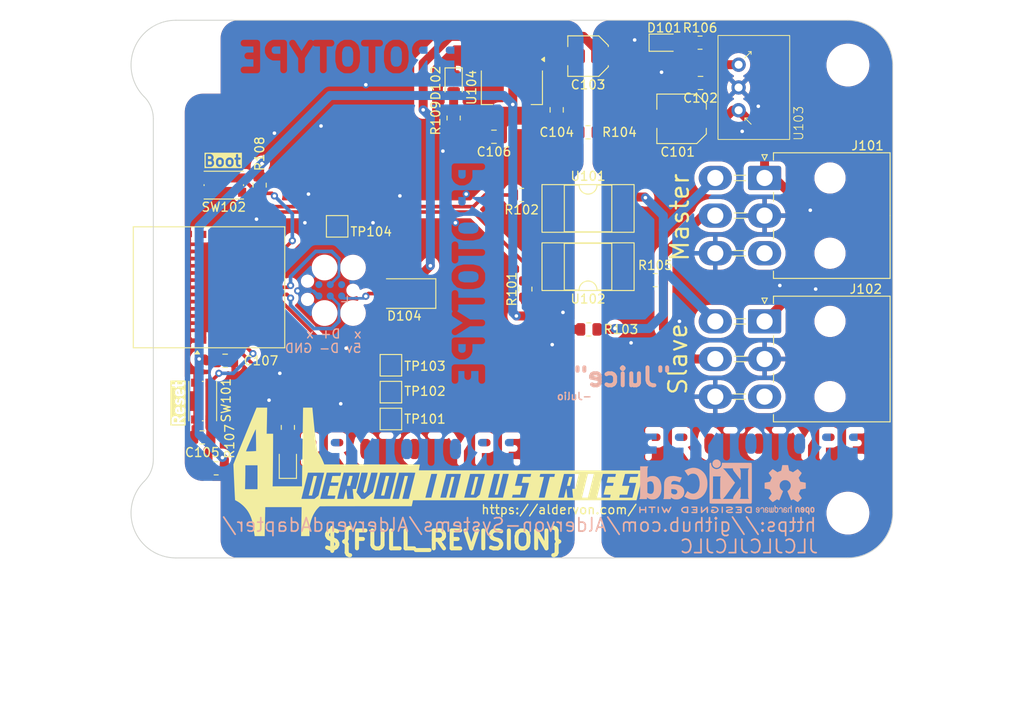
<source format=kicad_pcb>
(kicad_pcb (version 20241229) (generator "pcbnew") (generator_version "9.0")
  (layers (0 "F.Cu" signal) (2 "B.Cu" signal) (13 "F.Paste" user) (15 "B.Paste" user) (5 "F.SilkS" user "F.Silkscreen") (7 "B.SilkS" user "B.Silkscreen") (1 "F.Mask" user) (3 "B.Mask" user) (25 "Edge.Cuts" user))
  (net 0 "")
  (net 1 "GND")
  (net 2 "Earth")
  (net 3 "+36V")
  (net 4 "+5V")
  (net 6 "/MDB_RXD")
  (net 8 "/MDB_TXD")
  (net 9 "/RESET")
  (net 10 "Net-(D101-A)")
  (net 11 "Net-(D102-A)")
  (net 12 "Net-(D103-A)")
  (net 13 "Net-(D104-A)")
  (net 16 "/D+")
  (net 17 "/D-")
  (net 18 "/UART_RX")
  (net 19 "/UART_TX")
  (net 20 "Net-(R102-Pad1)")
  (net 21 "Net-(R105-Pad1)")
  (net 22 "/BOOT")
  (net 23 "/STAT")
  (net 24 "Net-(U106-IO0)")
  (net 25 "Net-(U106-IO1)")
  (net 26 "Net-(U106-IO7)")
  (net 27 "Net-(U106-IO8)")
  (net 32 "+3.3V")
  (footprint "TestPoint:TestPoint_Pad_2.0x2.0mm" (layer "F.Cu") (at 163 93 90)
    (property "Reference" "TP104" (at -0.6 3.8 180) (layer "F.SilkS"))
    (property "Value" "TestPoint")
    (pad "1" smd rect (at 0 0 90) (size 2 2) (layers "F.Cu" "F.Mask") (net 27 "Net-(U106-IO8)"))
  )
  (footprint "Button_Switch_SMD:SW_Push_1P1T_NO_CK_KMR2" (layer "F.Cu") (at 150.35 88.4 180)
    (property "Reference" "SW102" (at 0 -2.45 0) (layer "F.SilkS"))
    (property "Value" "BOOT")
    (pad "1" smd rect (at -2.05 -0.8 180) (size 0.9 1) (layers "F.Cu" "F.Mask" "F.Paste") (net 1 "GND"))
    (pad "1" smd rect (at 2.05 -0.8 180) (size 0.9 1) (layers "F.Cu" "F.Mask" "F.Paste") (net 1 "GND"))
    (pad "2" smd rect (at -2.05 0.8 180) (size 0.9 1) (layers "F.Cu" "F.Mask" "F.Paste") (net 22 "/BOOT"))
    (pad "2" smd rect (at 2.05 0.8 180) (size 0.9 1) (layers "F.Cu" "F.Mask" "F.Paste") (net 22 "/BOOT"))
  )
  (footprint "Resistor_SMD:R_0805_2012Metric" (layer "F.Cu") (at 184 100 -90)
    (property "Reference" "R101" (at 0 1.5 90) (layer "F.SilkS"))
    (property "Value" "10k")
    (pad "1" smd roundrect (at -0.9125 0 270) (size 1.025 1.4) (layers "F.Cu" "F.Mask" "F.Paste") (roundrect_rratio 0.243902) (net 18 "/UART_RX"))
    (pad "2" smd roundrect (at 0.9125 0 270) (size 1.025 1.4) (layers "F.Cu" "F.Mask" "F.Paste") (roundrect_rratio 0.243902) (net 32 "+3.3V"))
  )
  (footprint "Resistor_SMD:R_0805_2012Metric" (layer "F.Cu") (at 191 82.5 180)
    (property "Reference" "R104" (at -3.5 0 0) (layer "F.SilkS"))
    (property "Value" "0R")
    (pad "1" smd roundrect (at -0.9125 0 180) (size 1.025 1.4) (layers "F.Cu" "F.Mask" "F.Paste") (roundrect_rratio 0.243902) (net 2 "Earth"))
    (pad "2" smd roundrect (at 0.9125 0 180) (size 1.025 1.4) (layers "F.Cu" "F.Mask" "F.Paste") (roundrect_rratio 0.243902) (net 1 "GND"))
  )
  (footprint "MountingHole:MountingHole_4.3mm_M4" (layer "F.Cu") (at 220 75)
    (property "Reference" "H102" (hide yes))
    (property "Value" "MountingHole")
    (pad "" np_thru_hole circle (at 0 0) (size 4.3 4.3) (drill 4.3) (layers "*.Cu" "*.Mask"))
  )
  (footprint "MountingHole:MountingHole_4.3mm_M4" (layer "F.Cu") (at 145 125)
    (property "Reference" "H104" (hide yes))
    (property "Value" "MountingHole")
    (pad "" np_thru_hole circle (at 0 0) (size 4.3 4.3) (drill 4.3) (layers "*.Cu" "*.Mask"))
  )
  (footprint "Capacitor_SMD:C_0805_2012Metric" (layer "F.Cu") (at 147.95 116.55 180)
    (property "Reference" "C105" (at 0 -1.68 0) (layer "F.SilkS"))
    (property "Value" "100nF")
    (pad "1" smd roundrect (at -0.95 0 180) (size 1 1.45) (layers "F.Cu" "F.Mask" "F.Paste") (net 9 "/RESET"))
    (pad "2" smd roundrect (at 0.95 0 180) (size 1 1.45) (layers "F.Cu" "F.Mask" "F.Paste") (net 1 "GND"))
  )
  (footprint "LED_SMD:LED_0805_2012Metric" (layer "F.Cu") (at 199.5 72.5)
    (property "Reference" "D101" (at 0 -1.65 0) (layer "F.SilkS"))
    (property "Value" "5V Power")
    (pad "1" smd roundrect (at -0.9375 0) (size 0.975 1.4) (layers "F.Cu" "F.Mask" "F.Paste") (net 2 "Earth"))
    (pad "2" smd roundrect (at 0.9375 0) (size 0.975 1.4) (layers "F.Cu" "F.Mask" "F.Paste") (net 10 "Net-(D101-A)"))
  )
  (footprint "MountingHole:MountingHole_4.3mm_M4" (layer "F.Cu") (at 145 75)
    (property "Reference" "H103" (hide yes))
    (property "Value" "MountingHole")
    (pad "" np_thru_hole circle (at 0 0) (size 4.3 4.3) (drill 4.3) (layers "*.Cu" "*.Mask"))
  )
  (footprint "Package_DIP:DIP-4_W7.62mm_SMDSocket_SmallPads" (layer "F.Cu") (at 191 91)
    (property "Reference" "U101" (at 0 -3.6 0) (layer "F.SilkS"))
    (property "Value" "PC817")
    (pad "1" smd roundrect (at -3.81 -1.27) (size 1.6 1.6) (layers "F.Cu" "F.Mask" "F.Paste") (roundrect_rratio 0.15625) (net 20 "Net-(R102-Pad1)"))
    (pad "2" smd roundrect (at -3.81 1.27) (size 1.6 1.6) (layers "F.Cu" "F.Mask" "F.Paste") (roundrect_rratio 0.15625) (net 1 "GND"))
    (pad "3" smd roundrect (at 3.81 1.27) (size 1.6 1.6) (layers "F.Cu" "F.Mask" "F.Paste") (roundrect_rratio 0.15625) (net 2 "Earth"))
    (pad "4" smd roundrect (at 3.81 -1.27) (size 1.6 1.6) (layers "F.Cu" "F.Mask" "F.Paste") (roundrect_rratio 0.15625) (net 6 "/MDB_RXD"))
  )
  (footprint "TestPoint:TestPoint_Pad_2.0x2.0mm" (layer "F.Cu") (at 169 108.5 90)
    (property "Reference" "TP103" (at -0.1 3.8 180) (layer "F.SilkS"))
    (property "Value" "TestPoint")
    (pad "1" smd rect (at 0 0 90) (size 2 2) (layers "F.Cu" "F.Mask") (net 26 "Net-(U106-IO7)"))
  )
  (footprint "Package_DIP:DIP-4_W7.62mm_SMDSocket_SmallPads" (layer "F.Cu") (at 191 97.5 180)
    (property "Reference" "U102" (at 0 -3.6 0) (layer "F.SilkS"))
    (property "Value" "PC817")
    (pad "1" smd roundrect (at -3.81 -1.27 180) (size 1.6 1.6) (layers "F.Cu" "F.Mask" "F.Paste") (roundrect_rratio 0.15625) (net 21 "Net-(R105-Pad1)"))
    (pad "2" smd roundrect (at -3.81 1.27 180) (size 1.6 1.6) (layers "F.Cu" "F.Mask" "F.Paste") (roundrect_rratio 0.15625) (net 2 "Earth"))
    (pad "3" smd roundrect (at 3.81 1.27 180) (size 1.6 1.6) (layers "F.Cu" "F.Mask" "F.Paste") (roundrect_rratio 0.15625) (net 1 "GND"))
    (pad "4" smd roundrect (at 3.81 -1.27 180) (size 1.6 1.6) (layers "F.Cu" "F.Mask" "F.Paste") (roundrect_rratio 0.15625) (net 18 "/UART_RX"))
  )
  (footprint "LED_SMD:LED_0805_2012Metric" (layer "F.Cu") (at 157.5 119.4375 90)
    (property "Reference" "D103")
    (property "Value" "Stat")
    (pad "1" smd roundrect (at -0.9375 0 90) (size 0.975 1.4) (layers "F.Cu" "F.Mask" "F.Paste") (net 1 "GND"))
    (pad "2" smd roundrect (at 0.9375 0 90) (size 0.975 1.4) (layers "F.Cu" "F.Mask" "F.Paste") (net 12 "Net-(D103-A)"))
  )
  (footprint "Resistor_SMD:R_0805_2012Metric" (layer "F.Cu") (at 203.5 72.5)
    (property "Reference" "R106" (at 0 -1.65 0) (layer "F.SilkS"))
    (property "Value" "330R")
    (pad "1" smd roundrect (at -0.9125 0) (size 1.025 1.4) (layers "F.Cu" "F.Mask" "F.Paste") (roundrect_rratio 0.243902) (net 10 "Net-(D101-A)"))
    (pad "2" smd roundrect (at 0.9125 0) (size 1.025 1.4) (layers "F.Cu" "F.Mask" "F.Paste") (roundrect_rratio 0.243902) (net 4 "+5V"))
  )
  (footprint "Connector_Molex:Molex_Mini-Fit_Jr_5569-06A2_2x03_P4.20mm_Horizontal" (layer "F.Cu") (at 210.7 87.6 -90)
    (property "Reference" "J101" (at -3.6 -11.5 180) (layer "F.SilkS"))
    (property "Value" "MDB_MASTER")
    (pad "" np_thru_hole circle (at 0 -7.3 270) (size 3 3) (drill 3) (layers "*.Cu" "*.Mask"))
    (pad "" np_thru_hole circle (at 8.4 -7.3 270) (size 3 3) (drill 3) (layers "*.Cu" "*.Mask"))
    (pad "1" thru_hole roundrect (at 0 0 270) (size 2.7 3.7) (drill 1.8) (layers "*.Cu" "*.Mask") (roundrect_rratio 0.092593) (net 3 "+36V"))
    (pad "2" thru_hole oval (at 4.2 0 270) (size 2.7 3.7) (drill 1.8) (layers "*.Cu" "*.Mask") (net 2 "Earth"))
    (pad "3" thru_hole oval (at 8.4 0 270) (size 2.7 3.7) (drill 1.8) (layers "*.Cu" "*.Mask"))
    (pad "4" thru_hole oval (at 0 5.5 270) (size 2.7 3.7) (drill 1.8) (layers "*.Cu" "*.Mask") (net 6 "/MDB_RXD"))
    (pad "5" thru_hole oval (at 4.2 5.5 270) (size 2.7 3.7) (drill 1.8) (layers "*.Cu" "*.Mask") (net 8 "/MDB_TXD"))
    (pad "6" thru_hole oval (at 8.4 5.5 270) (size 2.7 3.7) (drill 1.8) (layers "*.Cu" "*.Mask") (net 2 "Earth"))
  )
  (footprint "LED_SMD:LED_0805_2012Metric" (layer "F.Cu") (at 176 77 -90)
    (property "Reference" "D102" (at 0 2 90) (layer "F.SilkS"))
    (property "Value" "3.3V Power")
    (pad "1" smd roundrect (at -0.9375 0 270) (size 0.975 1.4) (layers "F.Cu" "F.Mask" "F.Paste") (net 1 "GND"))
    (pad "2" smd roundrect (at 0.9375 0 270) (size 0.975 1.4) (layers "F.Cu" "F.Mask" "F.Paste") (net 11 "Net-(D102-A)"))
  )
  (footprint "TestPoint:TestPoint_Pad_2.0x2.0mm" (layer "F.Cu") (at 169 111.5 90)
    (property "Reference" "TP102" (at 0.1 3.8 180) (layer "F.SilkS"))
    (property "Value" "TestPoint")
    (pad "1" smd rect (at 0 0 90) (size 2 2) (layers "F.Cu" "F.Mask") (net 25 "Net-(U106-IO1)"))
  )
  (footprint "Resistor_SMD:R_0805_2012Metric" (layer "F.Cu") (at 149.5 120)
    (property "Reference" "R107" (at 1.5 -3 90) (layer "F.SilkS"))
    (property "Value" "5.1k")
    (pad "1" smd roundrect (at -0.9125 0) (size 1.025 1.4) (layers "F.Cu" "F.Mask" "F.Paste") (roundrect_rratio 0.243902) (net 9 "/RESET"))
    (pad "2" smd roundrect (at 0.9125 0) (size 1.025 1.4) (layers "F.Cu" "F.Mask" "F.Paste") (roundrect_rratio 0.243902) (net 32 "+3.3V"))
  )
  (footprint "Capacitor_SMD:C_Elec_5x5.4" (layer "F.Cu") (at 201.4375 81 180)
    (property "Reference" "C101" (at 0.4375 -3.7 0) (layer "F.SilkS"))
    (property "Value" "33uF")
    (pad "1" smd roundrect (at -2.0625 0 180) (size 2.775 1.6) (layers "F.Cu" "F.Mask" "F.Paste") (roundrect_rratio 0.15625) (net 3 "+36V"))
    (pad "2" smd roundrect (at 2.0625 0 180) (size 2.775 1.6) (layers "F.Cu" "F.Mask" "F.Paste") (roundrect_rratio 0.15625) (net 2 "Earth"))
  )
  (footprint "Capacitor_SMD:C_0805_2012Metric" (layer "F.Cu") (at 187.5 80 90)
    (property "Reference" "C104" (at -2.5 0 180) (layer "F.SilkS"))
    (property "Value" "10uF")
    (pad "1" smd roundrect (at -0.95 0 90) (size 1 1.45) (layers "F.Cu" "F.Mask" "F.Paste") (net 32 "+3.3V"))
    (pad "2" smd roundrect (at 0.95 0 90) (size 1 1.45) (layers "F.Cu" "F.Mask" "F.Paste") (net 1 "GND"))
  )
  (footprint "Aldervon:K7805M-1000R3" (layer "F.Cu") (at 209.5 77.5 90)
    (property "Reference" "U103" (at -4 5 90) (layer "F.SilkS") (effects (font (thickness 0.1))))
    (property "Value" "K7805M-1000R3")
    (pad "1" thru_hole circle (at -2.54 -1.7 90) (size 1.6 1.6) (drill 0.9) (layers "*.Cu" "*.Mask") (net 3 "+36V"))
    (pad "2" thru_hole circle (at 0 -1.7 90) (size 1.6 1.6) (drill 0.9) (layers "*.Cu" "*.Mask") (net 2 "Earth"))
    (pad "3" thru_hole circle (at 2.54 -1.7 90) (size 1.6 1.6) (drill 0.9) (layers "*.Cu" "*.Mask") (net 4 "+5V"))
  )
  (footprint "TestPoint:TestPoint_Pad_2.0x2.0mm" (layer "F.Cu") (at 169 114.5 90)
    (property "Reference" "TP101" (at 0 3.8 180) (layer "F.SilkS"))
    (property "Value" "TestPoint")
    (pad "1" smd rect (at 0 0 90) (size 2 2) (layers "F.Cu" "F.Mask") (net 24 "Net-(U106-IO0)"))
  )
  (footprint "Capacitor_SMD:C_0805_2012Metric" (layer "F.Cu") (at 180.5 83 180)
    (property "Reference" "C106" (at 0 -1.68 0) (layer "F.SilkS"))
    (property "Value" "100nF")
    (pad "1" smd roundrect (at -0.95 0 180) (size 1 1.45) (layers "F.Cu" "F.Mask" "F.Paste") (net 32 "+3.3V"))
    (pad "2" smd roundrect (at 0.95 0 180) (size 1 1.45) (layers "F.Cu" "F.Mask" "F.Paste") (net 1 "GND"))
  )
  (footprint "Aldervon:Aldervon_logo" (layer "F.Cu") (at 174 121)
    (property "Reference" "G***")
    (property "Value" "LOGO" (hide yes))
  )
  (footprint "Capacitor_SMD:C_0805_2012Metric" (layer "F.Cu") (at 150.5 108)
    (property "Reference" "C107" (at 4 0 0) (layer "F.SilkS"))
    (property "Value" "100nF")
    (pad "1" smd roundrect (at -0.95 0) (size 1 1.45) (layers "F.Cu" "F.Mask" "F.Paste") (net 32 "+3.3V"))
    (pad "2" smd roundrect (at 0.95 0) (size 1 1.45) (layers "F.Cu" "F.Mask" "F.Paste") (net 1 "GND"))
  )
  (footprint "Button_Switch_SMD:SW_Push_1P1T_NO_CK_KMR2" (layer "F.Cu") (at 148 112.5 90)
    (property "Reference" "SW101" (at 0.1 2.6 90) (layer "F.SilkS"))
    (property "Value" "RESET")
    (pad "1" smd rect (at -2.05 -0.8 90) (size 0.9 1) (layers "F.Cu" "F.Mask" "F.Paste") (net 1 "GND"))
    (pad "1" smd rect (at 2.05 -0.8 90) (size 0.9 1) (layers "F.Cu" "F.Mask" "F.Paste") (net 1 "GND"))
    (pad "2" smd rect (at -2.05 0.8 90) (size 0.9 1) (layers "F.Cu" "F.Mask" "F.Paste") (net 9 "/RESET"))
    (pad "2" smd rect (at 2.05 0.8 90) (size 0.9 1) (layers "F.Cu" "F.Mask" "F.Paste") (net 9 "/RESET"))
  )
  (footprint "Package_TO_SOT_SMD:SOT-223-3_TabPin2" (layer "F.Cu") (at 182.5 77.5 -90)
    (property "Reference" "U104" (at 0 4.5 90) (layer "F.SilkS"))
    (property "Value" "AMS1117-3.3")
    (pad "1" smd roundrect (at -3.15 -2.3 270) (size 2 1.5) (layers "F.Cu" "F.Mask" "F.Paste") (net 1 "GND"))
    (pad "2" smd roundrect (at -3.15 0 270) (size 2 1.5) (layers "F.Cu" "F.Mask" "F.Paste") (net 32 "+3.3V"))
    (pad "2" smd roundrect (at 3.15 0 270) (size 2 3.8) (layers "F.Cu" "F.Mask" "F.Paste") (net 32 "+3.3V"))
    (pad "3" smd roundrect (at -3.15 2.3 270) (size 2 1.5) (layers "F.Cu" "F.Mask" "F.Paste") (net 4 "+5V"))
  )
  (footprint "Diode_SMD:D_SMA" (layer "F.Cu") (at 170.5 100.5 180)
    (property "Reference" "D104" (at 0 -2.5 0) (layer "F.SilkS"))
    (property "Value" "SS14")
    (pad "1" smd roundrect (at -2 0 180) (size 2.5 1.8) (layers "F.Cu" "F.Mask" "F.Paste") (roundrect_rratio 0.1388888889) (net 4 "+5V"))
    (pad "2" smd roundrect (at 2 0 180) (size 2.5 1.8) (layers "F.Cu" "F.Mask" "F.Paste") (roundrect_rratio 0.1388888889) (net 13 "Net-(D104-A)"))
  )
  (footprint "Resistor_SMD:R_0805_2012Metric" (layer "F.Cu") (at 183.5875 89.5 180)
    (property "Reference" "R102" (at 0 -1.65 0) (layer "F.SilkS"))
    (property "Value" "270R")
    (pad "1" smd roundrect (at -0.9125 0 180) (size 1.025 1.4) (layers "F.Cu" "F.Mask" "F.Paste") (roundrect_rratio 0.243902) (net 20 "Net-(R102-Pad1)"))
    (pad "2" smd roundrect (at 0.9125 0 180) (size 1.025 1.4) (layers "F.Cu" "F.Mask" "F.Paste") (roundrect_rratio 0.243902) (net 19 "/UART_TX"))
  )
  (footprint "Resistor_SMD:R_0805_2012Metric" (layer "F.Cu") (at 191.0875 104.5)
    (property "Reference" "R103" (at 3.5875 0 0) (layer "F.SilkS"))
    (property "Value" "?")
    (pad "1" smd roundrect (at -0.9125 0) (size 1.025 1.4) (layers "F.Cu" "F.Mask" "F.Paste") (roundrect_rratio 0.243902) (net 32 "+3.3V"))
    (pad "2" smd roundrect (at 0.9125 0) (size 1.025 1.4) (layers "F.Cu" "F.Mask" "F.Paste") (roundrect_rratio 0.243902) (net 6 "/MDB_RXD"))
  )
  (footprint "Resistor_SMD:R_0805_2012Metric" (layer "F.Cu") (at 154.35 88.4 90)
    (property "Reference" "R108" (at 3.5 0 90) (layer "F.SilkS"))
    (property "Value" "5.1k")
    (pad "1" smd roundrect (at -0.9125 0 90) (size 1.025 1.4) (layers "F.Cu" "F.Mask" "F.Paste") (roundrect_rratio 0.243902) (net 22 "/BOOT"))
    (pad "2" smd roundrect (at 0.9125 0 90) (size 1.025 1.4) (layers "F.Cu" "F.Mask" "F.Paste") (roundrect_rratio 0.243902) (net 32 "+3.3V"))
  )
  (footprint "Capacitor_SMD:C_0805_2012Metric" (layer "F.Cu") (at 203.55 77 180)
    (property "Reference" "C102" (at 0 -1.68 0) (layer "F.SilkS"))
    (property "Value" "10uF")
    (pad "1" smd roundrect (at -0.95 0 180) (size 1 1.45) (layers "F.Cu" "F.Mask" "F.Paste") (net 3 "+36V"))
    (pad "2" smd roundrect (at 0.95 0 180) (size 1 1.45) (layers "F.Cu" "F.Mask" "F.Paste") (net 2 "Earth"))
  )
  (footprint "Resistor_SMD:R_0805_2012Metric" (layer "F.Cu") (at 176 80.9125 -90)
    (property "Reference" "R109" (at 0 2 90) (layer "F.SilkS"))
    (property "Value" "270R")
    (pad "1" smd roundrect (at -0.9125 0 270) (size 1.025 1.4) (layers "F.Cu" "F.Mask" "F.Paste") (roundrect_rratio 0.243902) (net 11 "Net-(D102-A)"))
    (pad "2" smd roundrect (at 0.9125 0 270) (size 1.025 1.4) (layers "F.Cu" "F.Mask" "F.Paste") (roundrect_rratio 0.243902) (net 32 "+3.3V"))
  )
  (footprint "Capacitor_SMD:C_Elec_4x5.4" (layer "F.Cu") (at 191 74 180)
    (property "Reference" "C103" (at 0 -3.2 180) (layer "F.SilkS"))
    (property "Value" "22uF")
    (pad "1" smd roundrect (at -1.675 0 180) (size 2.65 1.6) (layers "F.Cu" "F.Mask" "F.Paste") (roundrect_rratio 0.15625) (net 4 "+5V"))
    (pad "2" smd roundrect (at 1.675 0 180) (size 2.65 1.6) (layers "F.Cu" "F.Mask" "F.Paste") (roundrect_rratio 0.15625) (net 1 "GND"))
  )
  (footprint "Resistor_SMD:R_0805_2012Metric" (layer "F.Cu") (at 198.5 99)
    (property "Reference" "R105" (at 0 -1.65 0) (layer "F.SilkS"))
    (property "Value" "330R")
    (pad "1" smd roundrect (at -0.9125 0) (size 1.025 1.4) (layers "F.Cu" "F.Mask" "F.Paste") (roundrect_rratio 0.243902) (net 21 "Net-(R105-Pad1)"))
    (pad "2" smd roundrect (at 0.9125 0) (size 1.025 1.4) (layers "F.Cu" "F.Mask" "F.Paste") (roundrect_rratio 0.243902) (net 8 "/MDB_TXD"))
  )
  (footprint "RF_Module:ESP32-C6-MINI-1" (layer "F.Cu") (at 151.4 99.8 90)
    (property "Reference" "U106" (hide yes))
    (property "Value" "ESP32-C6-MINI-1" (hide yes))
    (pad "1" smd rect (at -5.9 -4 90) (size 0.8 0.4) (layers "F.Cu" "F.Mask" "F.Paste") (net 1 "GND"))
    (pad "2" smd rect (at -5.9 -3.2 90) (size 0.8 0.4) (layers "F.Cu" "F.Mask" "F.Paste") (net 1 "GND"))
    (pad "3" smd rect (at -5.9 -2.4 90) (size 0.8 0.4) (layers "F.Cu" "F.Mask" "F.Paste") (net 32 "+3.3V"))
    (pad "4" smd rect (at -5.9 -1.6 90) (size 0.8 0.4) (layers "F.Cu" "F.Mask" "F.Paste"))
    (pad "5" smd rect (at -5.9 -0.8 90) (size 0.8 0.4) (layers "F.Cu" "F.Mask" "F.Paste") (net 23 "/STAT"))
    (pad "6" smd rect (at -5.9 0 90) (size 0.8 0.4) (layers "F.Cu" "F.Mask" "F.Paste"))
    (pad "7" smd rect (at -5.9 0.8 90) (size 0.8 0.4) (layers "F.Cu" "F.Mask" "F.Paste"))
    (pad "8" smd rect (at -5.9 1.6 90) (size 0.8 0.4) (layers "F.Cu" "F.Mask" "F.Paste") (net 9 "/RESET"))
    (pad "9" smd rect (at -5.9 2.4 90) (size 0.8 0.4) (layers "F.Cu" "F.Mask" "F.Paste"))
    (pad "10" smd rect (at -5.9 3.2 90) (size 0.8 0.4) (layers "F.Cu" "F.Mask" "F.Paste"))
    (pad "11" smd rect (at -5.9 4 90) (size 0.8 0.4) (layers "F.Cu" "F.Mask" "F.Paste") (net 1 "GND"))
    (pad "12" smd rect (at -4.8 4.9 180) (size 0.8 0.4) (layers "F.Cu" "F.Mask" "F.Paste") (net 24 "Net-(U106-IO0)"))
    (pad "13" smd rect (at -4 4.9 180) (size 0.8 0.4) (layers "F.Cu" "F.Mask" "F.Paste") (net 25 "Net-(U106-IO1)"))
    (pad "14" smd rect (at -3.2 4.9 180) (size 0.8 0.4) (layers "F.Cu" "F.Mask" "F.Paste") (net 1 "GND"))
    (pad "15" smd rect (at -2.4 4.9 180) (size 0.8 0.4) (layers "F.Cu" "F.Mask" "F.Paste"))
    (pad "16" smd rect (at -1.6 4.9 180) (size 0.8 0.4) (layers "F.Cu" "F.Mask" "F.Paste") (net 26 "Net-(U106-IO7)"))
    (pad "17" smd rect (at -0.8 4.9 180) (size 0.8 0.4) (layers "F.Cu" "F.Mask" "F.Paste") (net 17 "/D-"))
    (pad "18" smd rect (at 0 4.9 180) (size 0.8 0.4) (layers "F.Cu" "F.Mask" "F.Paste") (net 16 "/D+"))
    (pad "19" smd rect (at 0.8 4.9 180) (size 0.8 0.4) (layers "F.Cu" "F.Mask" "F.Paste"))
    (pad "20" smd rect (at 1.6 4.9 180) (size 0.8 0.4) (layers "F.Cu" "F.Mask" "F.Paste"))
    (pad "21" smd rect (at 2.4 4.9 180) (size 0.8 0.4) (layers "F.Cu" "F.Mask" "F.Paste"))
    (pad "22" smd rect (at 3.2 4.9 180) (size 0.8 0.4) (layers "F.Cu" "F.Mask" "F.Paste") (net 27 "Net-(U106-IO8)"))
    (pad "23" smd rect (at 4 4.9 180) (size 0.8 0.4) (layers "F.Cu" "F.Mask" "F.Paste") (net 22 "/BOOT"))
    (pad "24" smd rect (at 4.8 4.9 180) (size 0.8 0.4) (layers "F.Cu" "F.Mask" "F.Paste"))
    (pad "25" smd rect (at 5.9 4 90) (size 0.8 0.4) (layers "F.Cu" "F.Mask" "F.Paste"))
    (pad "26" smd rect (at 5.9 3.2 90) (size 0.8 0.4) (layers "F.Cu" "F.Mask" "F.Paste"))
    (pad "27" smd rect (at 5.9 2.4 90) (size 0.8 0.4) (layers "F.Cu" "F.Mask" "F.Paste"))
    (pad "28" smd rect (at 5.9 1.6 90) (size 0.8 0.4) (layers "F.Cu" "F.Mask" "F.Paste"))
    (pad "29" smd rect (at 5.9 0.8 90) (size 0.8 0.4) (layers "F.Cu" "F.Mask" "F.Paste"))
    (pad "30" smd rect (at 5.9 0 90) (size 0.8 0.4) (layers "F.Cu" "F.Mask" "F.Paste") (net 18 "/UART_RX"))
    (pad "31" smd rect (at 5.9 -0.8 90) (size 0.8 0.4) (layers "F.Cu" "F.Mask" "F.Paste") (net 19 "/UART_TX"))
    (pad "32" smd rect (at 5.9 -1.6 90) (size 0.8 0.4) (layers "F.Cu" "F.Mask" "F.Paste"))
    (pad "33" smd rect (at 5.9 -2.4 90) (size 0.8 0.4) (layers "F.Cu" "F.Mask" "F.Paste"))
    (pad "34" smd rect (at 5.9 -3.2 90) (size 0.8 0.4) (layers "F.Cu" "F.Mask" "F.Paste"))
    (pad "35" smd rect (at 5.9 -4 90) (size 0.8 0.4) (layers "F.Cu" "F.Mask" "F.Paste"))
    (pad "36" smd rect (at 4.8 -4.9 180) (size 0.8 0.4) (layers "F.Cu" "F.Mask" "F.Paste") (net 1 "GND"))
    (pad "37" smd rect (at 4 -4.9 180) (size 0.8 0.4) (layers "F.Cu" "F.Mask" "F.Paste") (net 1 "GND"))
    (pad "38" smd rect (at 3.2 -4.9 180) (size 0.8 0.4) (layers "F.Cu" "F.Mask" "F.Paste") (net 1 "GND"))
    (pad "39" smd rect (at 2.4 -4.9 180) (size 0.8 0.4) (layers "F.Cu" "F.Mask" "F.Paste") (net 1 "GND"))
    (pad "40" smd rect (at 1.6 -4.9 180) (size 0.8 0.4) (layers "F.Cu" "F.Mask" "F.Paste") (net 1 "GND"))
    (pad "41" smd rect (at 0.8 -4.9 180) (size 0.8 0.4) (layers "F.Cu" "F.Mask" "F.Paste") (net 1 "GND"))
    (pad "42" smd rect (at 0 -4.9 180) (size 0.8 0.4) (layers "F.Cu" "F.Mask" "F.Paste") (net 1 "GND"))
    (pad "43" smd rect (at -0.8 -4.9 180) (size 0.8 0.4) (layers "F.Cu" "F.Mask" "F.Paste") (net 1 "GND"))
    (pad "44" smd rect (at -1.6 -4.9 180) (size 0.8 0.4) (layers "F.Cu" "F.Mask" "F.Paste") (net 1 "GND"))
    (pad "45" smd rect (at -2.4 -4.9 180) (size 0.8 0.4) (layers "F.Cu" "F.Mask" "F.Paste") (net 1 "GND"))
    (pad "46" smd rect (at -3.2 -4.9 180) (size 0.8 0.4) (layers "F.Cu" "F.Mask" "F.Paste") (net 1 "GND"))
    (pad "47" smd rect (at -4 -4.9 180) (size 0.8 0.4) (layers "F.Cu" "F.Mask" "F.Paste") (net 1 "GND"))
    (pad "48" smd rect (at -4.8 -4.9 180) (size 0.8 0.4) (layers "F.Cu" "F.Mask" "F.Paste") (net 1 "GND"))
    (pad "49" smd roundrect (at -1.975 -1.975 90) (size 1.45 1.45) (property pad_prop_heatsink) (layers "F.Cu" "F.Mask" "F.Paste") (roundrect_rratio 0) (chamfer_ratio 0.41) (chamfer top_left) (net 1 "GND"))
    (pad "49" smd rect (at -1.975 0 90) (size 1.45 1.45) (property pad_prop_heatsink) (layers "F.Cu" "F.Mask" "F.Paste") (net 1 "GND"))
    (pad "49" smd rect (at -1.975 1.975 90) (size 1.45 1.45) (property pad_prop_heatsink) (layers "F.Cu" "F.Mask" "F.Paste") (net 1 "GND"))
    (pad "49" smd rect (at 0 -1.975 90) (size 1.45 1.45) (property pad_prop_heatsink) (layers "F.Cu" "F.Mask" "F.Paste") (net 1 "GND"))
    (pad "49" smd rect (at 0 0 90) (size 1.45 1.45) (property pad_prop_heatsink) (layers "F.Cu" "F.Mask" "F.Paste") (net 1 "GND"))
    (pad "49" smd rect (at 0 1.975 90) (size 1.45 1.45) (property pad_prop_heatsink) (layers "F.Cu" "F.Mask" "F.Paste") (net 1 "GND"))
    (pad "49" smd rect (at 1.975 -1.975 90) (size 1.45 1.45) (property pad_prop_heatsink) (layers "F.Cu" "F.Mask" "F.Paste") (net 1 "GND"))
    (pad "49" smd rect (at 1.975 0 90) (size 1.45 1.45) (property pad_prop_heatsink) (layers "F.Cu" "F.Mask" "F.Paste") (net 1 "GND"))
    (pad "49" smd rect (at 1.975 1.975 90) (size 1.45 1.45) (property pad_prop_heatsink) (layers "F.Cu" "F.Mask" "F.Paste") (net 1 "GND"))
    (pad "50" smd rect (at 5.95 -4.95 90) (size 0.7 0.7) (layers "F.Cu" "F.Mask" "F.Paste") (net 1 "GND"))
    (pad "51" smd rect (at 5.95 4.95 90) (size 0.7 0.7) (layers "F.Cu" "F.Mask" "F.Paste") (net 1 "GND"))
    (pad "52" smd rect (at -5.95 4.95 90) (size 0.7 0.7) (layers "F.Cu" "F.Mask" "F.Paste") (net 1 "GND"))
    (pad "53" smd rect (at -5.95 -4.95 90) (size 0.7 0.7) (layers "F.Cu" "F.Mask" "F.Paste") (net 1 "GND"))
    (zone (net 0) (net_name "") (layers "F.Cu" "B.Cu") (name "Antenna") (connect_pads (clearance 0)) (min_thickness 0.254)
      (keepout (tracks not_allowed) (vias not_allowed) (pads not_allowed) (copperpour not_allowed) (footprints not_allowed))
      (fill (thermal_gap 0.508) (thermal_bridge_width 0.508))
      (polygon (pts (xy 145.8 78.2) (xy 145.8 121.4) (xy 125.4 121.4) (xy 125.4 78.2)))
    )
  )
  (footprint "Connector_Molex:Molex_Mini-Fit_Jr_5569-06A2_2x03_P4.20mm_Horizontal" (layer "F.Cu") (at 210.7 103.605 -90)
    (property "Reference" "J102" (at -3.605 -11.3 180) (layer "F.SilkS"))
    (property "Value" "MDB_SLAVE")
    (pad "" np_thru_hole circle (at 0 -7.3 270) (size 3 3) (drill 3) (layers "*.Cu" "*.Mask"))
    (pad "" np_thru_hole circle (at 8.4 -7.3 270) (size 3 3) (drill 3) (layers "*.Cu" "*.Mask"))
    (pad "1" thru_hole roundrect (at 0 0 270) (size 2.7 3.7) (drill 1.8) (layers "*.Cu" "*.Mask") (roundrect_rratio 0.092593) (net 3 "+36V"))
    (pad "2" thru_hole oval (at 4.2 0 270) (size 2.7 3.7) (drill 1.8) (layers "*.Cu" "*.Mask") (net 2 "Earth"))
    (pad "3" thru_hole oval (at 8.4 0 270) (size 2.7 3.7) (drill 1.8) (layers "*.Cu" "*.Mask"))
    (pad "4" thru_hole oval (at 0 5.5 270) (size 2.7 3.7) (drill 1.8) (layers "*.Cu" "*.Mask") (net 6 "/MDB_RXD"))
    (pad "5" thru_hole oval (at 4.2 5.5 270) (size 2.7 3.7) (drill 1.8) (layers "*.Cu" "*.Mask") (net 8 "/MDB_TXD"))
    (pad "6" thru_hole oval (at 8.4 5.5 270) (size 2.7 3.7) (drill 1.8) (layers "*.Cu" "*.Mask") (net 2 "Earth"))
  )
  (footprint "Resistor_SMD:R_0805_2012Metric" (layer "F.Cu") (at 157.5 115.4375 90)
    (property "Reference" "R110")
    (property "Value" "680R")
    (pad "1" smd roundrect (at -0.9125 0 90) (size 1.025 1.4) (layers "F.Cu" "F.Mask" "F.Paste") (roundrect_rratio 0.243902) (net 12 "Net-(D103-A)"))
    (pad "2" smd roundrect (at 0.9125 0 90) (size 1.025 1.4) (layers "F.Cu" "F.Mask" "F.Paste") (roundrect_rratio 0.243902) (net 23 "/STAT"))
  )
  (footprint "MountingHole:MountingHole_4.3mm_M4" (layer "F.Cu") (at 220 125)
    (property "Reference" "H101" (hide yes))
    (property "Value" "MountingHole")
    (pad "" np_thru_hole circle (at 0 0) (size 4.3 4.3) (drill 4.3) (layers "*.Cu" "*.Mask"))
  )
  (footprint "Symbol:OSHW-Logo2_7.3x6mm_SilkScreen" (layer "B.Cu") (at 213 122.4 180)
    (property "Reference" "REF**" (hide yes))
    (property "Value" "OSHW-Logo2_7.3x6mm_SilkScreen" (hide yes))
  )
  (footprint "Connector:Tag-Connect_TC2030-IDC-FP_2x03_P1.27mm_Vertical" (layer "B.Cu") (at 162.23 100.135 180)
    (property "Reference" "J103" (hide yes))
    (property "Value" "PROG")
    (pad "" np_thru_hole circle (at -2.54 -2.54 180) (size 2.3749 2.3749) (drill 2.3749) (layers "*.Cu" "*.Mask"))
    (pad "" np_thru_hole circle (at -2.54 0 180) (size 0.9906 0.9906) (drill 0.9906) (layers "*.Cu" "*.Mask"))
    (pad "" np_thru_hole circle (at -2.54 2.54 180) (size 2.3749 2.3749) (drill 2.3749) (layers "*.Cu" "*.Mask"))
    (pad "" np_thru_hole circle (at 0.635 -2.54 180) (size 2.3749 2.3749) (drill 2.3749) (layers "*.Cu" "*.Mask"))
    (pad "" np_thru_hole circle (at 0.635 2.54 180) (size 2.3749 2.3749) (drill 2.3749) (layers "*.Cu" "*.Mask"))
    (pad "" np_thru_hole circle (at 2.54 -1.016 180) (size 0.9906 0.9906) (drill 0.9906) (layers "*.Cu" "*.Mask"))
    (pad "" np_thru_hole circle (at 2.54 1.016 180) (size 0.9906 0.9906) (drill 0.9906) (layers "*.Cu" "*.Mask"))
    (pad "1" connect circle (at -1.27 -0.635 180) (size 0.7874 0.7874) (layers "B.Cu" "B.Mask") (net 13 "Net-(D104-A)"))
    (pad "2" connect circle (at -1.27 0.635 180) (size 0.7874 0.7874) (layers "B.Cu" "B.Mask"))
    (pad "3" connect circle (at 0 -0.635 180) (size 0.7874 0.7874) (layers "B.Cu" "B.Mask") (net 17 "/D-"))
    (pad "4" connect circle (at 0 0.635 180) (size 0.7874 0.7874) (layers "B.Cu" "B.Mask") (net 16 "/D+"))
    (pad "5" connect circle (at 1.27 -0.635 180) (size 0.7874 0.7874) (layers "B.Cu" "B.Mask") (net 1 "GND"))
    (pad "6" connect circle (at 1.27 0.635 180) (size 0.7874 0.7874) (layers "B.Cu" "B.Mask"))
    (zone (net 0) (net_name "") (layer "B.Cu") (connect_pads (clearance 0)) (min_thickness 0.254)
      (keepout (tracks allowed) (vias not_allowed) (pads allowed) (copperpour not_allowed) (footprints not_allowed))
      (fill (thermal_gap 0.508) (thermal_bridge_width 0.508))
      (polygon (pts (xy 160.96 99.5) (xy 163.5 99.5) (xy 163.5 100.77) (xy 160.96 100.77)))
    )
  )
  (footprint "Symbol:KiCad-Logo2_5mm_SilkScreen" (layer "B.Cu") (at 203 122 180)
    (property "Reference" "REF**" (hide yes))
    (property "Value" "KiCad-Logo2_5mm_SilkScreen" (hide yes))
  )
  (gr_line (start 225 125) (end 225 75) (stroke (width 0.1)) (layer "Edge.Cuts"))
  (gr_arc (start 141.464467 78.535534) (mid 140.380603 73.086583) (end 145 70) (stroke (width 0.1)) (layer "Edge.Cuts"))
  (gr_arc (start 142.485282 119) (mid 142.219981 120.333759) (end 141.464467 121.464466) (stroke (width 0.1)) (layer "Edge.Cuts"))
  (gr_line (start 142.485282 81) (end 142.485282 119) (stroke (width 0.1)) (layer "Edge.Cuts"))
  (gr_line (start 220 70) (end 145 70) (stroke (width 0.1)) (layer "Edge.Cuts"))
  (gr_line (start 145 130) (end 220 130) (stroke (width 0.1)) (layer "Edge.Cuts"))
  (gr_arc (start 220 70) (mid 223.535534 71.464466) (end 225 75) (stroke (width 0.1)) (layer "Edge.Cuts"))
  (gr_arc (start 145 130) (mid 140.380604 126.913417) (end 141.464467 121.464466) (stroke (width 0.1)) (layer "Edge.Cuts"))
  (gr_arc (start 225 125) (mid 223.535534 128.535534) (end 220 130) (stroke (width 0.1)) (layer "Edge.Cuts"))
  (gr_arc (start 141.464467 78.535534) (mid 142.219981 79.666241) (end 142.485282 81) (stroke (width 0.1)) (layer "Edge.Cuts"))
  (gr_text "PROTOTYPE" (at 209.6 117.4 0) (layer "F.Cu" knockout) (effects (font (size 3 3) (thickness 0.75) (bold yes))))
  (gr_text "PROTOTYPE" (at 171.2 118 0) (layer "F.Cu" knockout) (effects (font (size 3 3) (thickness 0.75) (bold yes))))
  (gr_text "PROTOTYPE" (at 171.2 118 -0) (layer "B.Cu" knockout) (effects (font (size 3 3) (thickness 0.75) (bold yes)) (justify mirror)))
  (gr_text "PROTOTYPE" (at 177.8 98.2 90) (layer "B.Cu" knockout) (effects (font (size 3 3) (thickness 0.75) (bold yes)) (justify mirror)))
  (gr_text "PROTOTYPE" (at 209.6 117.4 -0) (layer "B.Cu" knockout) (effects (font (size 3 3) (thickness 0.75) (bold yes)) (justify mirror)))
  (gr_text "PROTOTYPE" (at 164.6 74.2 -0) (layer "B.Cu" knockout) (effects (font (size 3 3) (thickness 0.75) (bold yes)) (justify mirror)))
  (gr_text "Slave" (at 202.2 107.8 90) (layer "F.SilkS") (effects (font (size 2 2) (thickness 0.25)) (justify bottom)))
  (gr_text "https://aldervon.com/" (at 179 125.2 0) (layer "F.SilkS") (effects (font (size 1 1)) (justify left bottom)))
  (gr_text "Boot" (at 150.2 86.4 0) (layer "F.SilkS" knockout) (effects (font (size 1.2 1.2) (thickness 0.25) (bold yes)) (justify bottom)))
  (gr_text "Reset" (at 146 112.8 90) (layer "F.SilkS" knockout) (effects (font (size 1.2 1.2) (thickness 0.25) (bold yes)) (justify bottom)))
  (gr_text "Master" (at 202.4 92 90) (layer "F.SilkS") (effects (font (size 2 2) (thickness 0.25)) (justify bottom)))
  (gr_text "${FULL_REVISION}" (at 161.2 129.2 0) (layer "F.SilkS") (effects (font (size 2 2) (thickness 0.45) (bold yes)) (justify left bottom)))
  (gr_text "JLCJLCJLCJLC" (at 216.8 129.6 -0) (layer "B.SilkS") (effects (font (size 1.5 1.5) (thickness 0.1875)) (justify left bottom mirror)))
  (gr_text "-Julio" (at 191.5 111.5 0) (layer "B.SilkS") (effects (font (size 0.8 0.8) (thickness 0.16) (bold yes)) (justify left top mirror)))
  (gr_text "https://github.com/Aldervon-Systems/AldervendAdapter/" (at 216.6 127.2 0) (layer "B.SilkS") (effects (font (size 1.5 1.5) (thickness 0.1875)) (justify left bottom mirror)))
  (gr_text "x  D+ x\n5v D- GND" (at 165.8 105.8 0) (layer "B.SilkS") (effects (font (size 1 1)) (justify left mirror)))
  (gr_text "{dblquote}Juice{dblquote}" (at 200.5 111 0) (layer "B.SilkS") (effects (font (size 2 2) (thickness 0.45) (bold yes)) (justify left bottom mirror)))
  (segment (start 147.4 105.7) (end 147.4 104.6) (width 0.4) (layer "F.Cu") (net 1))
  (segment (start 147.4 104.6) (end 147.6 104.4) (width 0.4) (layer "F.Cu") (net 1))
  (segment (start 148.2 105.7) (end 148.2 104.4) (width 0.4) (layer "F.Cu") (net 1))
  (segment (start 156.3 103) (end 155 103) (width 0.4) (layer "F.Cu") (net 1))
  (via (at 174.8 84.6) (size 0.8) (drill 0.4) (layers "F.Cu" "B.Cu") (net 1))
  (via (at 161.2 81.8) (size 0.8) (drill 0.4) (layers "F.Cu" "B.Cu") (net 1))
  (via (at 164 106.6) (size 0.8) (drill 0.4) (layers "F.Cu" "B.Cu") (net 1))
  (via (at 187 106.2) (size 0.8) (drill 0.4) (layers "F.Cu" "B.Cu") (net 1))
  (via (at 158.6 100.2) (size 0.8) (drill 0.4) (layers "F.Cu" "B.Cu") (net 1))
  (via (at 155.4 112.4) (size 0.8) (drill 0.4) (layers "F.Cu" "B.Cu") (net 1))
  (via (at 188.2 102.6) (size 0.8) (drill 0.4) (layers "F.Cu" "B.Cu") (net 1))
  (via (at 159.4 92.6) (size 0.8) (drill 0.4) (layers "F.Cu" "B.Cu") (net 1))
  (via (at 163.4 112.8) (size 0.8) (drill 0.4) (layers "F.Cu" "B.Cu") (net 1))
  (via (at 156.6 109.4) (size 0.8) (drill 0.4) (layers "F.Cu" "B.Cu") (net 1))
  (via (at 167 92.6) (size 0.8) (drill 0.4) (layers "F.Cu" "B.Cu") (net 1))
  (via (at 154 92.2) (size 0.8) (drill 0.4) (layers "F.Cu" "B.Cu") (net 1))
  (via (at 159.8 89.4) (size 0.8) (drill 0.4) (layers "F.Cu" "B.Cu") (net 1))
  (via (at 176.2 92.6) (size 0.8) (drill 0.4) (layers "F.Cu" "B.Cu") (net 1))
  (via (at 166.2 77.2) (size 0.8) (drill 0.4) (layers "F.Cu" "B.Cu") (net 1))
  (via (at 177.4 89.4) (size 0.8) (drill 0.4) (layers "F.Cu" "B.Cu") (net 1))
  (via (at 170 89.6) (size 0.8) (drill 0.4) (layers "F.Cu" "B.Cu") (net 1))
  (via (at 156 82.6) (size 0.8) (drill 0.4) (layers "F.Cu" "B.Cu") (net 1))
  (segment (start 160.39 100.2) (end 158.6 100.2) (width 0.3) (layer "B.Cu") (net 1))
  (segment (start 160.96 100.77) (end 160.39 100.2) (width 0.3) (layer "B.Cu") (net 1))
  (via (at 195.8 106) (size 0.8) (drill 0.4) (layers "F.Cu" "B.Cu") (net 2))
  (via (at 201.2 103.6) (size 0.8) (drill 0.4) (layers "F.Cu" "B.Cu") (net 2))
  (via (at 215.8 91.2) (size 0.8) (drill 0.4) (layers "F.Cu" "B.Cu") (net 2))
  (via (at 208.2 82.4) (size 0.8) (drill 0.4) (layers "F.Cu" "B.Cu") (net 2))
  (via (at 210 79.6) (size 0.8) (drill 0.4) (layers "F.Cu" "B.Cu") (net 2))
  (via (at 199.2 75.8) (size 0.8) (drill 0.4) (layers "F.Cu" "B.Cu") (net 2))
  (via (at 212.4 99.6) (size 0.8) (drill 0.4) (layers "F.Cu" "B.Cu") (net 2))
  (via (at 196.2 72.2) (size 0.8) (drill 0.4) (layers "F.Cu" "B.Cu") (net 2))
  (via (at 216.4 100) (size 0.8) (drill 0.4) (layers "F.Cu" "B.Cu") (net 2))
  (segment (start 206.2 81) (end 203.5 81) (width 1) (layer "F.Cu") (net 3))
  (segment (start 214.4 90.2) (end 214.4 99.905) (width 1) (layer "F.Cu") (net 3))
  (segment (start 211.8 87.6) (end 214.4 90.2) (width 1) (layer "F.Cu") (net 3))
  (segment (start 204.5 77.9) (end 203.5 78.9) (width 1) (layer "F.Cu") (net 3))
  (segment (start 207.16 80.04) (end 206.2 81) (width 1) (layer "F.Cu") (net 3))
  (segment (start 214.4 99.905) (end 210.7 103.605) (width 1) (layer "F.Cu") (net 3))
  (segment (start 210.7 82.94) (end 207.8 80.04) (width 1) (layer "F.Cu") (net 3))
  (segment (start 207.8 80.04) (end 207.16 80.04) (width 1) (layer "F.Cu") (net 3))
  (segment (start 204.5 77) (end 204.5 77.9) (width 1) (layer "F.Cu") (net 3))
  (segment (start 210.7 87.6) (end 211.8 87.6) (width 1) (layer "F.Cu") (net 3))
  (segment (start 210.7 87.6) (end 210.7 82.94) (width 1) (layer "F.Cu") (net 3))
  (segment (start 203.5 78.9) (end 203.5 81) (width 1) (layer "F.Cu") (net 3))
  (segment (start 172.6 80) (end 172.6 74.8) (width 1) (layer "F.Cu") (net 4))
  (segment (start 180.2 74.35) (end 180.2 72.8) (width 1) (layer "F.Cu") (net 4))
  (segment (start 181.2 71.8) (end 190.475 71.8) (width 1) (layer "F.Cu") (net 4))
  (segment (start 192.675 74) (end 203.4 74) (width 1) (layer "F.Cu") (net 4))
  (segment (start 204.4125 72.5) (end 204.4125 73.3875) (width 1) (layer "F.Cu") (net 4))
  (segment (start 203.6 74.2) (end 203.4 74) (width 1) (layer "F.Cu") (net 4))
  (segment (start 172.5 100.5) (end 172.5 98.3) (width 1) (layer "F.Cu") (net 4))
  (segment (start 175.6 71.8) (end 181.2 71.8) (width 1) (layer "F.Cu") (net 4))
  (segment (start 203.4 74) (end 204.36 74.96) (width 1) (layer "F.Cu") (net 4))
  (segment (start 190.475 71.8) (end 192.675 74) (width 1) (layer "F.Cu") (net 4))
  (segment (start 172.6 74.8) (end 175.6 71.8) (width 1) (layer "F.Cu") (net 4))
  (segment (start 172.5 98.3) (end 173.4 97.4) (width 1) (layer "F.Cu") (net 4))
  (segment (start 180.2 72.8) (end 181.2 71.8) (width 1) (layer "F.Cu") (net 4))
  (segment (start 204.4125 73.3875) (end 203.6 74.2) (width 1) (layer "F.Cu") (net 4))
  (segment (start 204.36 74.96) (end 207.8 74.96) (width 1) (layer "F.Cu") (net 4))
  (via (at 172.6 80) (size 0.8) (drill 0.4) (layers "F.Cu" "B.Cu") (net 4))
  (via (at 173.4 97.4) (size 0.8) (drill 0.4) (layers "F.Cu" "B.Cu") (net 4))
  (segment (start 173.4 97.4) (end 173.4 80.8) (width 1) (layer "B.Cu") (net 4))
  (segment (start 173.4 80.8) (end 172.6 80) (width 1) (layer "B.Cu") (net 4))
  (segment (start 192 104.5) (end 193.9 104.5) (width 1) (layer "F.Cu") (net 6))
  (segment (start 197.33 89.73) (end 197.4 89.8) (width 1) (layer "F.Cu") (net 6))
  (segment (start 193.9 104.5) (end 194 104.4) (width 1) (layer "F.Cu") (net 6))
  (segment (start 194.81 89.73) (end 197.33 89.73) (width 1) (layer "F.Cu") (net 6))
  (via (at 197.4 89.8) (size 0.8) (drill 0.4) (layers "F.Cu" "B.Cu") (net 6))
  (via (at 194 104.4) (size 0.8) (drill 0.4) (layers "F.Cu" "B.Cu") (net 6))
  (segment (start 199.4 91.8) (end 199.4 93.4) (width 1) (layer "B.Cu") (net 6))
  (segment (start 199.4 97.805) (end 199.4 93.4) (width 1) (layer "B.Cu") (net 6))
  (segment (start 199.4 93.4) (end 205.2 87.6) (width 1) (layer "B.Cu") (net 6))
  (segment (start 197.4 89.8) (end 199.4 91.8) (width 1) (layer "B.Cu") (net 6))
  (segment (start 197.8 104.4) (end 199.4 102.8) (width 1) (layer "B.Cu") (net 6))
  (segment (start 199.4975 97.9025) (end 199.4 97.805) (width 1) (layer "B.Cu") (net 6))
  (segment (start 205.2 103.605) (end 199.4975 97.9025) (width 1) (layer "B.Cu") (net 6))
  (segment (start 199.4 102.8) (end 199.4 98) (width 1) (layer "B.Cu") (net 6))
  (segment (start 194 104.4) (end 197.8 104.4) (width 1) (layer "B.Cu") (net 6))
  (segment (start 199.4 98) (end 199.4975 97.9025) (width 1) (layer "B.Cu") (net 6))
  (segment (start 202.805 107.805) (end 205.2 107.805) (width 1) (layer "F.Cu") (net 8))
  (segment (start 203.8 91.8) (end 205.2 91.8) (width 1) (layer "F.Cu") (net 8))
  (segment (start 199.4125 96.1875) (end 203.8 91.8) (width 1) (layer "F.Cu") (net 8))
  (segment (start 199.4125 99) (end 199.4125 96.1875) (width 1) (layer "F.Cu") (net 8))
  (segment (start 199.4125 104.4125) (end 202.805 107.805) (width 1) (layer "F.Cu") (net 8))
  (segment (start 199.4125 99) (end 199.4125 104.4125) (width 1) (layer "F.Cu") (net 8))
  (segment (start 149.8 109.4) (end 149.8 109.45) (width 0.4) (layer "F.Cu") (net 9))
  (segment (start 153 105.7) (end 153 106.6) (width 0.4) (layer "F.Cu") (net 9))
  (segment (start 148.5875 120) (end 148.5875 117.9875) (width 1) (layer "F.Cu") (net 9))
  (segment (start 148.8 114.55) (end 148.8 110.45) (width 1) (layer "F.Cu") (net 9))
  (segment (start 148.8 115.4) (end 148.8 114.55) (width 1) (layer "F.Cu") (net 9))
  (segment (start 148.9 117.675) (end 148.9 116.55) (width 1) (layer "F.Cu") (net 9))
  (segment (start 148.9 115.5) (end 148.8 115.4) (width 1) (layer "F.Cu") (net 9))
  (segment (start 148.5875 117.9875) (end 148.9 117.675) (width 1) (layer "F.Cu") (net 9))
  (segment (start 149.8 109.45) (end 148.8 110.45) (width 0.4) (layer "F.Cu") (net 9))
  (segment (start 148.9 116.55) (end 148.9 115.5) (width 1) (layer "F.Cu") (net 9))
  (segment (start 153 106.6) (end 153.6 107.2) (width 0.4) (layer "F.Cu") (net 9))
  (via (at 149.8 109.4) (size 0.8) (drill 0.4) (layers "F.Cu" "B.Cu") (net 9))
  (via (at 153.6 107.2) (size 0.8) (drill 0.4) (layers "F.Cu" "B.Cu") (net 9))
  (segment (start 153.6 107.2) (end 151.4 109.4) (width 0.4) (layer "B.Cu") (net 9))
  (segment (start 151.4 109.4) (end 149.8 109.4) (width 0.4) (layer "B.Cu") (net 9))
  (segment (start 200.4375 72.5) (end 202.5875 72.5) (width 1) (layer "F.Cu") (net 10))
  (segment (start 176 80) (end 176 77.9375) (width 1) (layer "F.Cu") (net 11))
  (segment (start 157.5 118.5) (end 157.5 116.35) (width 1) (layer "F.Cu") (net 12))
  (segment (start 166.5 100.5) (end 166.2 100.8) (width 0.4) (layer "F.Cu") (net 13))
  (segment (start 168.5 100.5) (end 166.5 100.5) (width 0.4) (layer "F.Cu") (net 13))
  (via (at 166.2 100.8) (size 0.8) (drill 0.4) (layers "F.Cu" "B.Cu") (net 13))
  (segment (start 163.7613 101.0313) (end 165.9687 101.0313) (width 0.3) (layer "B.Cu") (net 13))
  (segment (start 165.9687 101.0313) (end 166.2 100.8) (width 0.3) (layer "B.Cu") (net 13))
  (segment (start 163.5 100.77) (end 163.7613 101.0313) (width 0.3) (layer "B.Cu") (net 13))
  (segment (start 157.6 99.8) (end 157.8 99.6) (width 0.4) (layer "F.Cu") (net 16))
  (segment (start 156.3 99.8) (end 157.6 99.8) (width 0.4) (layer "F.Cu") (net 16))
  (via (at 157.8 99.6) (size 0.8) (drill 0.4) (layers "F.Cu" "B.Cu") (net 16))
  (segment (start 157.8 98.6) (end 160.6 95.8) (width 0.4) (layer "B.Cu") (net 16))
  (segment (start 160.6 95.8) (end 162.4 95.8) (width 0.4) (layer "B.Cu") (net 16))
  (segment (start 163.2 98.53) (end 163.2 96.6) (width 0.3) (layer "B.Cu") (net 16))
  (segment (start 162.4 95.8) (end 163.2 96.6) (width 0.4) (layer "B.Cu") (net 16))
  (segment (start 162.23 99.5) (end 163.2 98.53) (width 0.3) (layer "B.Cu") (net 16))
  (segment (start 157.8 99.6) (end 157.8 98.6) (width 0.4) (layer "B.Cu") (net 16))
  (segment (start 157.4 100.6) (end 157.8 101) (width 0.4) (layer "F.Cu") (net 17))
  (segment (start 156.3 100.6) (end 157.4 100.6) (width 0.4) (layer "F.Cu") (net 17))
  (via (at 157.8 101) (size 0.8) (drill 0.4) (layers "F.Cu" "B.Cu") (net 17))
  (segment (start 163.2 101.74) (end 163.2 103.4) (width 0.3) (layer "B.Cu") (net 17))
  (segment (start 157.8 101.8) (end 160.4 104.4) (width 0.4) (layer "B.Cu") (net 17))
  (segment (start 163.2 103.6) (end 163.2 103.4) (width 0.4) (layer "B.Cu") (net 17))
  (segment (start 160.4 104.4) (end 162.4 104.4) (width 0.4) (layer "B.Cu") (net 17))
  (segment (start 162.4 104.4) (end 163.2 103.6) (width 0.4) (layer "B.Cu") (net 17))
  (segment (start 162.23 100.77) (end 163.2 101.74) (width 0.3) (layer "B.Cu") (net 17))
  (segment (start 157.8 101) (end 157.8 101.8) (width 0.4) (layer "B.Cu") (net 17))
  (segment (start 153.1 91.4) (end 178.2 91.4) (width 0.4) (layer "F.Cu") (net 18))
  (segment (start 151.4 93.1) (end 153.1 91.4) (width 0.4) (layer "F.Cu") (net 18))
  (segment (start 185.3125 99.0875) (end 185.63 98.77) (width 0.4) (layer "F.Cu") (net 18))
  (segment (start 185.63 98.77) (end 187.19 98.77) (width 0.4) (layer "F.Cu") (net 18))
  (segment (start 151.4 93.9) (end 151.4 93.1) (width 0.4) (layer "F.Cu") (net 18))
  (segment (start 184 99.0875) (end 185.3125 99.0875) (width 0.4) (layer "F.Cu") (net 18))
  (segment (start 184 97.2) (end 184 99.0875) (width 0.4) (layer "F.Cu") (net 18))
  (segment (start 178.2 91.4) (end 184 97.2) (width 0.4) (layer "F.Cu") (net 18))
  (segment (start 168.402 90.8) (end 178.2 90.8) (width 0.4) (layer "F.Cu") (net 19))
  (segment (start 150.6 93.050058) (end 152.851058 90.799) (width 0.4) (layer "F.Cu") (net 19))
  (segment (start 150.6 93.9) (end 150.6 93.050058) (width 0.4) (layer "F.Cu") (net 19))
  (segment (start 179.5 89.5) (end 182.675 89.5) (width 0.4) (layer "F.Cu") (net 19))
  (segment (start 168.401 90.799) (end 168.402 90.8) (width 0.4) (layer "F.Cu") (net 19))
  (segment (start 178.2 90.8) (end 179.5 89.5) (width 0.4) (layer "F.Cu") (net 19))
  (segment (start 152.851058 90.799) (end 168.401 90.799) (width 0.4) (layer "F.Cu") (net 19))
  (segment (start 185.44 89.5) (end 185.67 89.73) (width 0.4) (layer "F.Cu") (net 20))
  (segment (start 184.5 89.5) (end 185.44 89.5) (width 0.4) (layer "F.Cu") (net 20))
  (segment (start 185.67 89.73) (end 187.19 89.73) (width 0.4) (layer "F.Cu") (net 20))
  (segment (start 195.97 98.77) (end 196.2 99) (width 1) (layer "F.Cu") (net 21))
  (segment (start 194.81 98.77) (end 195.97 98.77) (width 1) (layer "F.Cu") (net 21))
  (segment (start 196.2 99) (end 197.5875 99) (width 1) (layer "F.Cu") (net 21))
  (segment (start 156.8 95.8) (end 158 94.6) (width 0.4) (layer "F.Cu") (net 22))
  (segment (start 154.35 89.3125) (end 155.7125 89.3125) (width 0.4) (layer "F.Cu") (net 22))
  (segment (start 154.35 89.3125) (end 154.1125 89.3125) (width 0.4) (layer "F.Cu") (net 22))
  (segment (start 148.3 87.6) (end 152.4 87.6) (width 1) (layer "F.Cu") (net 22))
  (segment (start 155.7125 89.3125) (end 156 89.6) (width 0.4) (layer "F.Cu") (net 22))
  (segment (start 156.3 95.8) (end 156.8 95.8) (width 0.4) (layer "F.Cu") (net 22))
  (segment (start 154.1125 89.3125) (end 152.4 87.6) (width 0.4) (layer "F.Cu") (net 22))
  (via (at 158 94.6) (size 0.8) (drill 0.4) (layers "F.Cu" "B.Cu") (net 22))
  (via (at 156 89.6) (size 0.8) (drill 0.4) (layers "F.Cu" "B.Cu") (net 22))
  (segment (start 158 94.6) (end 158 91.8) (width 0.4) (layer "B.Cu") (net 22))
  (segment (start 158 91.6) (end 156 89.6) (width 0.4) (layer "B.Cu") (net 22))
  (segment (start 158 91.8) (end 158 91.6) (width 0.4) (layer "B.Cu") (net 22))
  (segment (start 152 106.8) (end 157.5 112.3) (width 0.4) (layer "F.Cu") (net 23))
  (segment (start 150.6 106.5) (end 150.9 106.8) (width 0.4) (layer "F.Cu") (net 23))
  (segment (start 157.5 112.3) (end 157.5 114.525) (width 0.4) (layer "F.Cu") (net 23))
  (segment (start 150.6 105.7) (end 150.6 106.5) (width 0.4) (layer "F.Cu") (net 23))
  (segment (start 150.9 106.8) (end 152 106.8) (width 0.4) (layer "F.Cu") (net 23))
  (segment (start 157.2 104.6) (end 167.1 114.5) (width 0.4) (layer "F.Cu") (net 24))
  (segment (start 167.1 114.5) (end 169 114.5) (width 0.4) (layer "F.Cu") (net 24))
  (segment (start 156.3 104.6) (end 157.2 104.6) (width 0.4) (layer "F.Cu") (net 24))
  (segment (start 157.249942 103.8) (end 164.949942 111.5) (width 0.4) (layer "F.Cu") (net 25))
  (segment (start 156.3 103.8) (end 157.249942 103.8) (width 0.4) (layer "F.Cu") (net 25))
  (segment (start 164.949942 111.5) (end 169 111.5) (width 0.4) (layer "F.Cu") (net 25))
  (segment (start 163.9 108.5) (end 169 108.5) (width 0.4) (layer "F.Cu") (net 26))
  (segment (start 156.8 101.4) (end 163.9 108.5) (width 0.4) (layer "F.Cu") (net 26))
  (segment (start 156.3 101.4) (end 156.8 101.4) (width 0.4) (layer "F.Cu") (net 26))
  (segment (start 161 93) (end 157.4 96.6) (width 0.4) (layer "F.Cu") (net 27))
  (segment (start 157.4 96.6) (end 156.3 96.6) (width 0.4) (layer "F.Cu") (net 27))
  (segment (start 163 93) (end 161 93) (width 0.4) (layer "F.Cu") (net 27))
  (segment (start 149.55 107.15) (end 149.55 108) (width 0.4) (layer "F.Cu") (net 32))
  (segment (start 178.575 81.825) (end 176 81.825) (width 1) (layer "F.Cu") (net 32))
  (segment (start 182.6 74.45) (end 182.5 74.35) (width 1) (layer "F.Cu") (net 32))
  (segment (start 184.95 80.65) (end 185.25 80.95) (width 1) (layer "F.Cu") (net 32))
  (segment (start 187.1 104.5) (end 185.6 103) (width 1) (layer "F.Cu") (net 32))
  (segment (start 181.45 81.7) (end 182.5 80.65) (width 1) (layer "F.Cu") (net 32))
  (segment (start 182.5 80.65) (end 184.95 80.65) (width 1) (layer "F.Cu") (net 32))
  (segment (start 147.6 107.8) (end 148.2 107.8) (width 1) (layer "F.Cu") (net 32))
  (segment (start 182.6 80.55) (end 182.5 80.65) (width 1) (layer "F.Cu") (net 32))
  (segment (start 148.4 108) (end 149.55 108) (width 1) (layer "F.Cu") (net 32))
  (segment (start 154.35 87.4875) (end 154.35 86.25) (width 1) (layer "F.Cu") (net 32))
  (segment (start 150.4125 120) (end 150.4125 119.0125) (width 1) (layer "F.Cu") (net 32))
  (segment (start 185.6 103) (end 183 103) (width 1) (layer "F.Cu") (net 32))
  (segment (start 182.6 79.4) (end 182.6 74.45) (width 1) (layer "F.Cu") (net 32))
  (segment (start 190.175 104.5) (end 187.1 104.5) (width 1) (layer "F.Cu") (net 32))
  (segment (start 184 101.4) (end 184 100.9125) (width 1) (layer "F.Cu") (net 32))
  (segment (start 182.5 80.65) (end 179.75 80.65) (width 1) (layer "F.Cu") (net 32))
  (segment (start 149 106.6) (end 149.55 107.15) (width 0.4) (layer "F.Cu") (net 32))
  (segment (start 181.45 83) (end 181.45 81.7) (width 1) (layer "F.Cu") (net 32))
  (segment (start 150.4125 119.0125) (end 150.2 118.8) (width 1) (layer "F.Cu") (net 32))
  (segment (start 148.2 107.8) (end 148.4 108) (width 1) (layer "F.Cu") (net 32))
  (segment (start 182.6 79.4) (end 182.6 80.55) (width 1) (layer "F.Cu") (net 32))
  (segment (start 185.25 80.95) (end 187.5 80.95) (width 1) (layer "F.Cu") (net 32))
  (segment (start 149 105.7) (end 149 106.6) (width 0.4) (layer "F.Cu") (net 32))
  (segment (start 185.6 103) (end 184 101.4) (width 1) (layer "F.Cu") (net 32))
  (segment (start 179.75 80.65) (end 178.575 81.825) (width 1) (layer "F.Cu") (net 32))
  (via (at 150.2 118.8) (size 0.8) (drill 0.4) (layers "F.Cu" "B.Cu") (net 32))
  (via (at 147.6 107.8) (size 0.8) (drill 0.4) (layers "F.Cu" "B.Cu") (net 32))
  (via (at 154.6 86) (size 0.8) (drill 0.4) (layers "F.Cu" "B.Cu") (net 32))
  (via (at 182.6 79.4) (size 0.8) (drill 0.4) (layers "F.Cu" "B.Cu") (net 32))
  (via (at 183 103) (size 0.8) (drill 0.4) (layers "F.Cu" "B.Cu") (net 32))
  (segment (start 181.6 78.4) (end 182.6 79.4) (width 1) (layer "B.Cu") (net 32))
  (segment (start 147.6 107.8) (end 147.6 93) (width 1) (layer "B.Cu") (net 32))
  (segment (start 147.6 116.2) (end 147.6 108.6) (width 1) (layer "B.Cu") (net 32))
  (segment (start 154.35 86.25) (end 162.2 78.4) (width 1) (layer "B.Cu") (net 32))
  (segment (start 183 103) (end 182.6 102.6) (width 1) (layer "B.Cu") (net 32))
  (segment (start 147.6 108.6) (end 147.6 107.8) (width 1) (layer "B.Cu") (net 32))
  (segment (start 150.2 118.8) (end 147.6 116.2) (width 1) (layer "B.Cu") (net 32))
  (segment (start 147.6 93) (end 150.8 89.8) (width 1) (layer "B.Cu") (net 32))
  (segment (start 182.6 102.6) (end 182.6 79.4) (width 1) (layer "B.Cu") (net 32))
  (segment (start 150.8 89.8) (end 154.35 86.25) (width 1) (layer "B.Cu") (net 32))
  (segment (start 162.2 78.4) (end 181.6 78.4) (width 1) (layer "B.Cu") (net 32))
  (zone (net 2) (net_name "Earth") (layers "F.Cu" "B.Cu") (connect_pads (clearance 0.5)) (min_thickness 0.25) (fill yes (thermal_gap 0.5) (thermal_bridge_width 0.5) (smoothing fillet) (radius 2))
    (polygon (pts (xy 225 70) (xy 191.5 70) (xy 191.5 86.5) (xy 192.5 87.5) (xy 192.5 130) (xy 225 130)))
  )
  (zone (net 1) (net_name "GND") (layers "F.Cu" "B.Cu") (connect_pads (clearance 0.5)) (min_thickness 0.25) (fill yes (thermal_gap 0.5) (thermal_bridge_width 0.5) (smoothing fillet) (radius 2))
    (polygon (pts (xy 189.5 87.5) (xy 190.5 86.5) (xy 190.5 70) (xy 150 70) (xy 150 78.2) (xy 146 78.2) (xy 146 121.4) (xy 150 121.4) (xy 150 130) (xy 189.5 130)))
  )
)
</source>
